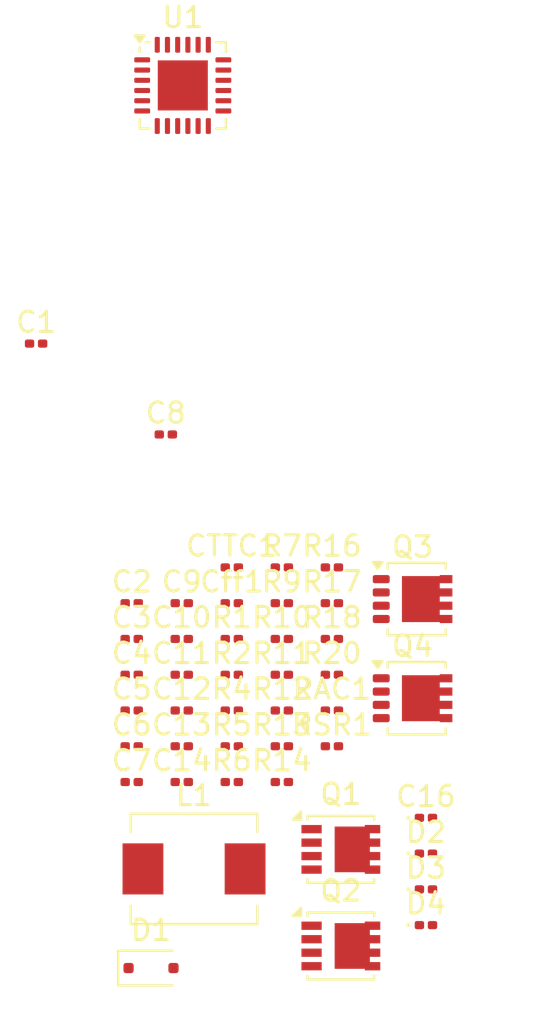
<source format=kicad_pcb>
(kicad_pcb (version 20241229) (generator "pcbnew") (generator_version "9.0")
  (layers (0 "F.Cu" signal) (2 "B.Cu" signal) (13 "F.Paste" user) (15 "B.Paste" user) (5 "F.SilkS" user "F.Silkscreen") (7 "B.SilkS" user "B.Silkscreen") (1 "F.Mask" user) (3 "B.Mask" user) (25 "Edge.Cuts" user))
  (net 0 "")
  (net 1 "Net-(U1-ISET1)")
  (net 2 "Net-(Q4-G)")
  (net 3 "VREF")
  (net 4 "Net-(U1-~{ACDRV})")
  (net 5 "Net-(U1-TTC)")
  (net 6 "Net-(U1-VFB)")
  (net 7 "Battery Pack +")
  (net 9 "Net-(D1-A)")
  (net 10 "System")
  (net 11 "Net-(D4-K)")
  (net 12 "Adapter -")
  (net 13 "Net-(D1-K)")
  (net 14 "Net-(D3-K)")
  (net 15 "Net-(D2-K)")
  (net 16 "Net-(U1-SRP)")
  (net 17 "Net-(Q2-D)")
  (net 18 "Net-(U1-ISET2)")
  (net 19 "Net-(U1-TS)")
  (net 20 "Net-(Q4-D)")
  (net 21 "Net-(C14-Pad1)")
  (net 22 "Net-(Q1-G)")
  (net 23 "Net-(C16-Pad1)")
  (net 24 "Net-(D2-A)")
  (net 25 "Net-(D3-A)")
  (net 26 "Net-(D4-A)")
  (net 27 "Adapter +")
  (net 28 "Net-(Q3-G)")
  (net 29 "VPULLUP")
  (net 30 "Thermistor")
  (footprint "Resistor_SMD:R_0201_0603Metric" (layer "F.Cu") (at 142.497 117.092)
    (property "Reference" "R17" (at 0 -1.05 0) (layer "F.SilkS"))
    (property "Value" "10")
    (pad "1" smd roundrect (at -0.32 0) (size 0.46 0.4) (layers "F.Cu" "F.Mask") (net 21 "Net-(C14-Pad1)"))
    (pad "2" smd roundrect (at 0.32 0) (size 0.46 0.4) (layers "F.Cu" "F.Mask") (net 10 "System"))
  )
  (footprint "LED_SMD:LED_0201_0603Metric" (layer "F.Cu") (at 147.102 131.092)
    (property "Reference" "D3" (at 0 -1.05 0) (layer "F.SilkS"))
    (property "Value" "LED")
    (fp_circle (center -0.86 0) (end -0.81 0) (stroke (width 0.1)) (fill no) (layer "F.SilkS"))
    (pad "1" smd roundrect (at -0.32 0) (size 0.46 0.4) (layers "F.Cu" "F.Mask") (net 14 "Net-(D3-K)"))
    (pad "2" smd roundrect (at 0.32 0) (size 0.46 0.4) (layers "F.Cu" "F.Mask") (net 25 "Net-(D3-A)"))
  )
  (footprint "Resistor_SMD:R_0201_0603Metric" (layer "F.Cu") (at 140.047 118.842)
    (property "Reference" "R10" (at 0 -1.05 0) (layer "F.SilkS"))
    (property "Value" "R")
    (pad "1" smd roundrect (at -0.32 0) (size 0.46 0.4) (layers "F.Cu" "F.Mask") (net 30 "Thermistor"))
    (pad "2" smd roundrect (at 0.32 0) (size 0.46 0.4) (layers "F.Cu" "F.Mask") (net 12 "Adapter -"))
  )
  (footprint "Resistor_SMD:R_0201_0603Metric" (layer "F.Cu") (at 142.497 124.092)
    (property "Reference" "RSR1" (at 0 -1.05 0) (layer "F.SilkS"))
    (property "Value" "0.01")
    (pad "1" smd roundrect (at -0.32 0) (size 0.46 0.4) (layers "F.Cu" "F.Mask") (net 16 "Net-(U1-SRP)"))
    (pad "2" smd roundrect (at 0.32 0) (size 0.46 0.4) (layers "F.Cu" "F.Mask") (net 7 "Battery Pack +"))
  )
  (footprint "Capacitor_SMD:C_0201_0603Metric" (layer "F.Cu") (at 132.697 124.092)
    (property "Reference" "C6" (at 0 -1.05 0) (layer "F.SilkS"))
    (property "Value" "0.1u")
    (pad "1" smd roundrect (at -0.32 0) (size 0.46 0.4) (layers "F.Cu" "F.Mask") (net 20 "Net-(Q4-D)"))
    (pad "2" smd roundrect (at 0.32 0) (size 0.46 0.4) (layers "F.Cu" "F.Mask") (net 13 "Net-(D1-K)"))
  )
  (footprint "Capacitor_SMD:C_0201_0603Metric" (layer "F.Cu") (at 132.697 120.592)
    (property "Reference" "C4" (at 0 -1.05 0) (layer "F.SilkS"))
    (property "Value" "1u")
    (pad "1" smd roundrect (at -0.32 0) (size 0.46 0.4) (layers "F.Cu" "F.Mask") (net 3 "VREF"))
    (pad "2" smd roundrect (at 0.32 0) (size 0.46 0.4) (layers "F.Cu" "F.Mask") (net 12 "Adapter -"))
  )
  (footprint "Diode_SMD:D_SOD-323F" (layer "F.Cu") (at 133.642 134.942)
    (property "Reference" "D1" (at 0 -1.85 0) (layer "F.SilkS"))
    (property "Value" "BAT54J")
    (fp_line (start -1.61 -0.85) (end -1.61 0.85) (stroke (width 0.12)) (layer "F.SilkS"))
    (fp_line (start -1.61 -0.85) (end 1.05 -0.85) (stroke (width 0.12)) (layer "F.SilkS"))
    (fp_line (start -1.61 0.85) (end 1.05 0.85) (stroke (width 0.12)) (layer "F.SilkS"))
    (pad "1" smd roundrect (at -1.1 0) (size 0.5 0.5) (layers "F.Cu" "F.Mask" "F.Paste") (net 13 "Net-(D1-K)"))
    (pad "2" smd roundrect (at 1.1 0) (size 0.5 0.5) (layers "F.Cu" "F.Mask" "F.Paste") (net 9 "Net-(D1-A)"))
  )
  (footprint "Capacitor_SMD:C_0201_0603Metric" (layer "F.Cu") (at 132.697 117.092)
    (property "Reference" "C2" (at 0 -1.05 0) (layer "F.SilkS"))
    (property "Value" "0.1u")
    (pad "1" smd roundrect (at -0.32 0) (size 0.46 0.4) (layers "F.Cu" "F.Mask") (net 17 "Net-(Q2-D)"))
    (pad "2" smd roundrect (at 0.32 0) (size 0.46 0.4) (layers "F.Cu" "F.Mask") (net 12 "Adapter -"))
  )
  (footprint "Resistor_SMD:R_0201_0603Metric" (layer "F.Cu") (at 140.047 117.092)
    (property "Reference" "R9" (at 0 -1.05 0) (layer "F.SilkS"))
    (property "Value" "R")
    (pad "1" smd roundrect (at -0.32 0) (size 0.46 0.4) (layers "F.Cu" "F.Mask") (net 29 "VPULLUP"))
    (pad "2" smd roundrect (at 0.32 0) (size 0.46 0.4) (layers "F.Cu" "F.Mask") (net 30 "Thermistor"))
  )
  (footprint "Resistor_SMD:R_0201_0603Metric" (layer "F.Cu") (at 137.597 118.842)
    (property "Reference" "R1" (at 0 -1.05 0) (layer "F.SilkS"))
    (property "Value" "10k")
    (pad "1" smd roundrect (at -0.32 0) (size 0.46 0.4) (layers "F.Cu" "F.Mask") (net 6 "Net-(U1-VFB)"))
    (pad "2" smd roundrect (at 0.32 0) (size 0.46 0.4) (layers "F.Cu" "F.Mask") (net 12 "Adapter -"))
  )
  (footprint "Capacitor_SMD:C_0201_0603Metric" (layer "F.Cu") (at 137.597 117.092)
    (property "Reference" "Cff1" (at 0 -1.05 0) (layer "F.SilkS"))
    (property "Value" "22p")
    (pad "1" smd roundrect (at -0.32 0) (size 0.46 0.4) (layers "F.Cu" "F.Mask") (net 7 "Battery Pack +"))
    (pad "2" smd roundrect (at 0.32 0) (size 0.46 0.4) (layers "F.Cu" "F.Mask") (net 6 "Net-(U1-VFB)"))
  )
  (footprint "Capacitor_SMD:C_0201_0603Metric" (layer "F.Cu") (at 132.697 125.842)
    (property "Reference" "C7" (at 0 -1.05 0) (layer "F.SilkS"))
    (property "Value" "1u")
    (pad "1" smd roundrect (at -0.32 0) (size 0.46 0.4) (layers "F.Cu" "F.Mask") (net 10 "System"))
    (pad "2" smd roundrect (at 0.32 0) (size 0.46 0.4) (layers "F.Cu" "F.Mask") (net 12 "Adapter -"))
  )
  (footprint "Capacitor_SMD:C_0201_0603Metric" (layer "F.Cu") (at 132.697 122.342)
    (property "Reference" "C5" (at 0 -1.05 0) (layer "F.SilkS"))
    (property "Value" "1u")
    (pad "1" smd roundrect (at -0.32 0) (size 0.46 0.4) (layers "F.Cu" "F.Mask") (net 9 "Net-(D1-A)"))
    (pad "2" smd roundrect (at 0.32 0) (size 0.46 0.4) (layers "F.Cu" "F.Mask") (net 12 "Adapter -"))
  )
  (footprint "Capacitor_SMD:C_0201_0603Metric" (layer "F.Cu") (at 135.147 124.092)
    (property "Reference" "C13" (at 0 -1.05 0) (layer "F.SilkS"))
    (property "Value" "20u")
    (pad "1" smd roundrect (at -0.32 0) (size 0.46 0.4) (layers "F.Cu" "F.Mask") (net 7 "Battery Pack +"))
    (pad "2" smd roundrect (at 0.32 0) (size 0.46 0.4) (layers "F.Cu" "F.Mask") (net 12 "Adapter -"))
  )
  (footprint "Resistor_SMD:R_0201_0603Metric" (layer "F.Cu") (at 135.147 118.842)
    (property "Reference" "C10" (at 0 -1.05 0) (layer "F.SilkS"))
    (property "Value" "0.1u")
    (pad "1" smd roundrect (at -0.32 0) (size 0.46 0.4) (layers "F.Cu" "F.Mask") (net 12 "Adapter -"))
    (pad "2" smd roundrect (at 0.32 0) (size 0.46 0.4) (layers "F.Cu" "F.Mask") (net 16 "Net-(U1-SRP)"))
  )
  (footprint "Resistor_SMD:R_0201_0603Metric" (layer "F.Cu") (at 137.597 120.592)
    (property "Reference" "R2" (at 0 -1.05 0) (layer "F.SilkS"))
    (property "Value" "107k")
    (pad "1" smd roundrect (at -0.32 0) (size 0.46 0.4) (layers "F.Cu" "F.Mask") (net 7 "Battery Pack +"))
    (pad "2" smd roundrect (at 0.32 0) (size 0.46 0.4) (layers "F.Cu" "F.Mask") (net 6 "Net-(U1-VFB)"))
  )
  (footprint "Package_SO:Vishay_PowerPAK_1212-8_Single" (layer "F.Cu") (at 142.937 129.137)
    (property "Reference" "Q1" (at 0 -2.7 0) (layer "F.SilkS"))
    (property "Value" "Si7617DN")
    (fp_line (start -1.635 -1.635) (end -1.635 -1.45) (stroke (width 0.12)) (layer "F.SilkS"))
    (fp_line (start -1.635 -1.635) (end 1.635 -1.635) (stroke (width 0.12)) (layer "F.SilkS"))
    (fp_line (start -1.635 1.45) (end -1.635 1.635) (stroke (width 0.12)) (layer "F.SilkS"))
    (fp_line (start -1.635 1.635) (end 1.635 1.635) (stroke (width 0.12)) (layer "F.SilkS"))
    (fp_line (start 1.635 -1.635) (end 1.635 -1.45) (stroke (width 0.12)) (layer "F.SilkS"))
    (fp_line (start 1.635 1.45) (end 1.635 1.635) (stroke (width 0.12)) (layer "F.SilkS"))
    (fp_poly (pts (xy -2.355 -1.46) (xy -1.955 -1.86) (xy -1.955 -1.46)) (stroke (width 0.12)) (fill yes) (layer "F.SilkS"))
    (pad "1" smd rect (at -1.435 -0.99) (size 0.99 0.405) (layers "F.Cu" "F.Mask" "F.Paste") (net 21 "Net-(C14-Pad1)"))
    (pad "2" smd rect (at -1.435 -0.33) (size 0.99 0.405) (layers "F.Cu" "F.Mask" "F.Paste") (net 21 "Net-(C14-Pad1)"))
    (pad "3" smd rect (at -1.435 0.33) (size 0.99 0.405) (layers "F.Cu" "F.Mask" "F.Paste") (net 21 "Net-(C14-Pad1)"))
    (pad "4" smd rect (at -1.435 0.99) (size 0.99 0.405) (layers "F.Cu" "F.Mask" "F.Paste") (net 22 "Net-(Q1-G)"))
    (pad "5" smd custom (at 0.5575 0) (size 1.725 2.235) (layers "F.Cu" "F.Mask" "F.Paste") (net 27 "Adapter +") (options (clearance outline) (anchor rect)) (primitives (gr_poly (pts (xy 1.3725 -0.7875) (xy 0.8625 -0.7875) (xy 0.8625 -0.5325) (xy 1.3725 -0.5325) (xy 1.3725 -0.1275) (xy 0.8625 -0.1275) (xy 0.8625 0.1275) (xy 1.3725 0.1275) (xy 1.3725 0.5325) (xy 0.8625 0.5325) (xy 0.8625 0.7875) (xy 1.3725 0.7875) (xy 1.3725 1.195) (xy 0.6125 1.195) (xy 0.6125 -1.195) (xy 1.3725 -1.195)) (width 0) (fill yes))))
  )
  (footprint "Resistor_SMD:R_0201_0603Metric" (layer "F.Cu") (at 137.597 124.092)
    (property "Reference" "R5" (at 0 -1.05 0) (layer "F.SilkS"))
    (property "Value" "100k")
    (pad "1" smd roundrect (at -0.32 0) (size 0.46 0.4) (layers "F.Cu" "F.Mask") (net 3 "VREF"))
    (pad "2" smd roundrect (at 0.32 0) (size 0.46 0.4) (layers "F.Cu" "F.Mask") (net 18 "Net-(U1-ISET2)"))
  )
  (footprint "Resistor_SMD:R_0201_0603Metric" (layer "F.Cu") (at 142.497 118.842)
    (property "Reference" "R18" (at 0 -1.05 0) (layer "F.SilkS"))
    (property "Value" "1k")
    (pad "1" smd roundrect (at -0.32 0) (size 0.46 0.4) (layers "F.Cu" "F.Mask") (net 22 "Net-(Q1-G)"))
    (pad "2" smd roundrect (at 0.32 0) (size 0.46 0.4) (layers "F.Cu" "F.Mask") (net 4 "Net-(U1-~{ACDRV})"))
  )
  (footprint "Package_DFN_QFN:VQFN-24-1EP_4x4mm_P0.5mm_EP2.45x2.45mm" (layer "F.Cu") (at 135.197 91.763)
    (property "Reference" "U1" (at 0 -3.33 0) (layer "F.SilkS"))
    (property "Value" "BQ24610")
    (fp_line (start -2.11 -1.635) (end -2.11 -1.87) (stroke (width 0.12)) (layer "F.SilkS"))
    (fp_line (start -2.11 2.11) (end -2.11 1.635) (stroke (width 0.12)) (layer "F.SilkS"))
    (fp_line (start -1.635 -2.11) (end -1.81 -2.11) (stroke (width 0.12)) (layer "F.SilkS"))
    (fp_line (start -1.635 2.11) (end -2.11 2.11) (stroke (width 0.12)) (layer "F.SilkS"))
    (fp_line (start 1.635 -2.11) (end 2.11 -2.11) (stroke (width 0.12)) (layer "F.SilkS"))
    (fp_line (start 1.635 2.11) (end 2.11 2.11) (stroke (width 0.12)) (layer "F.SilkS"))
    (fp_line (start 2.11 -2.11) (end 2.11 -1.635) (stroke (width 0.12)) (layer "F.SilkS"))
    (fp_line (start 2.11 2.11) (end 2.11 1.635) (stroke (width 0.12)) (layer "F.SilkS"))
    (fp_poly (pts (xy -2.11 -2.11) (xy -2.35 -2.44) (xy -1.87 -2.44)) (stroke (width 0.12)) (fill yes) (layer "F.SilkS"))
    (pad "1" smd roundrect (at -1.9875 -1.25) (size 0.775 0.25) (layers "F.Cu" "F.Mask" "F.Paste") (net 10 "System"))
    (pad "2" smd roundrect (at -1.9875 -0.75) (size 0.775 0.25) (layers "F.Cu" "F.Mask" "F.Paste") (net 17 "Net-(Q2-D)"))
    (pad "3" smd roundrect (at -1.9875 -0.25) (size 0.775 0.25) (layers "F.Cu" "F.Mask" "F.Paste") (net 4 "Net-(U1-~{ACDRV})"))
    (pad "4" smd roundrect (at -1.9875 0.25) (size 0.775 0.25) (layers "F.Cu" "F.Mask" "F.Paste") (net 3 "VREF"))
    (pad "5" smd roundrect (at -1.9875 0.75) (size 0.775 0.25) (layers "F.Cu" "F.Mask" "F.Paste") (net 15 "Net-(D2-K)"))
    (pad "6" smd roundrect (at -1.9875 1.25) (size 0.775 0.25) (layers "F.Cu" "F.Mask" "F.Paste") (net 19 "Net-(U1-TS)"))
    (pad "7" smd roundrect (at -1.25 1.9875) (size 0.25 0.775) (layers "F.Cu" "F.Mask" "F.Paste") (net 5 "Net-(U1-TTC)"))
    (pad "8" smd roundrect (at -0.75 1.9875) (size 0.25 0.775) (layers "F.Cu" "F.Mask" "F.Paste") (net 11 "Net-(D4-K)"))
    (pad "9" smd roundrect (at -0.25 1.9875) (size 0.25 0.775) (layers "F.Cu" "F.Mask" "F.Paste") (net 14 "Net-(D3-K)"))
    (pad "10" smd roundrect (at 0.25 1.9875) (size 0.25 0.775) (layers "F.Cu" "F.Mask" "F.Paste") (net 3 "VREF"))
    (pad "11" smd roundrect (at 0.75 1.9875) (size 0.25 0.775) (layers "F.Cu" "F.Mask" "F.Paste") (net 1 "Net-(U1-ISET1)"))
    (pad "12" smd roundrect (at 1.25 1.9875) (size 0.25 0.775) (layers "F.Cu" "F.Mask" "F.Paste") (net 6 "Net-(U1-VFB)"))
    (pad "13" smd roundrect (at 1.9875 1.25) (size 0.775 0.25) (layers "F.Cu" "F.Mask" "F.Paste") (net 7 "Battery Pack +"))
    (pad "14" smd roundrect (at 1.9875 0.75) (size 0.775 0.25) (layers "F.Cu" "F.Mask" "F.Paste") (net 16 "Net-(U1-SRP)"))
    (pad "15" smd roundrect (at 1.9875 0.25) (size 0.775 0.25) (layers "F.Cu" "F.Mask" "F.Paste") (net 18 "Net-(U1-ISET2)"))
    (pad "16" smd roundrect (at 1.9875 -0.25) (size 0.775 0.25) (layers "F.Cu" "F.Mask" "F.Paste") (net 3 "VREF"))
    (pad "17" smd roundrect (at 1.9875 -0.75) (size 0.775 0.25) (layers "F.Cu" "F.Mask" "F.Paste") (net 9 "Net-(D1-A)"))
    (pad "18" smd roundrect (at 1.9875 -1.25) (size 0.775 0.25) (layers "F.Cu" "F.Mask" "F.Paste") (net 9 "Net-(D1-A)"))
    (pad "19" smd roundrect (at 1.25 -1.9875) (size 0.25 0.775) (layers "F.Cu" "F.Mask" "F.Paste") (net 2 "Net-(Q4-G)"))
    (pad "20" smd roundrect (at 0.75 -1.9875) (size 0.25 0.775) (layers "F.Cu" "F.Mask" "F.Paste") (net 20 "Net-(Q4-D)"))
    (pad "21" smd roundrect (at 0.25 -1.9875) (size 0.25 0.775) (layers "F.Cu" "F.Mask" "F.Paste") (net 28 "Net-(Q3-G)"))
    (pad "22" smd roundrect (at -0.25 -1.9875) (size 0.25 0.775) (layers "F.Cu" "F.Mask" "F.Paste") (net 13 "Net-(D1-K)"))
    (pad "23" smd roundrect (at -0.75 -1.9875) (size 0.25 0.775) (layers "F.Cu" "F.Mask" "F.Paste"))
    (pad "24" smd roundrect (at -1.25 -1.9875) (size 0.25 0.775) (layers "F.Cu" "F.Mask" "F.Paste") (net 10 "System"))
    (pad "25" smd rect (at 0 0) (size 2.45 2.45) (property pad_prop_heatsink) (layers "F.Cu" "F.Mask") (net 12 "Adapter -"))
  )
  (footprint "Capacitor_SMD:C_0201_0603Metric" (layer "F.Cu") (at 128.016 104.394)
    (property "Reference" "C1" (at 0 -1.05 0) (layer "F.SilkS"))
    (property "Value" "0.1u")
    (pad "1" smd roundrect (at -0.32 0) (size 0.46 0.4) (layers "F.Cu" "F.Mask") (net 19 "Net-(U1-TS)"))
    (pad "2" smd roundrect (at 0.32 0) (size 0.46 0.4) (layers "F.Cu" "F.Mask") (net 12 "Adapter -"))
  )
  (footprint "Resistor_SMD:R_0201_0603Metric" (layer "F.Cu") (at 140.047 125.842)
    (property "Reference" "R14" (at 0 -1.05 0) (layer "F.SilkS"))
    (property "Value" "100k")
    (pad "1" smd roundrect (at -0.32 0) (size 0.46 0.4) (layers "F.Cu" "F.Mask") (net 21 "Net-(C14-Pad1)"))
    (pad "2" smd roundrect (at 0.32 0) (size 0.46 0.4) (layers "F.Cu" "F.Mask") (net 22 "Net-(Q1-G)"))
  )
  (footprint "Capacitor_SMD:C_0201_0603Metric" (layer "F.Cu") (at 135.147 117.092)
    (property "Reference" "C9" (at 0 -1.05 0) (layer "F.SilkS"))
    (property "Value" "10u")
    (pad "1" smd roundrect (at -0.32 0) (size 0.46 0.4) (layers "F.Cu" "F.Mask") (net 10 "System"))
    (pad "2" smd roundrect (at 0.32 0) (size 0.46 0.4) (layers "F.Cu" "F.Mask") (net 12 "Adapter -"))
  )
  (footprint "Resistor_SMD:R_0201_0603Metric" (layer "F.Cu") (at 140.047 115.342)
    (property "Reference" "R7" (at 0 -1.05 0) (layer "F.SilkS"))
    (property "Value" "50k")
    (pad "1" smd roundrect (at -0.32 0) (size 0.46 0.4) (layers "F.Cu" "F.Mask") (net 3 "VREF"))
    (pad "2" smd roundrect (at 0.32 0) (size 0.46 0.4) (layers "F.Cu" "F.Mask") (net 1 "Net-(U1-ISET1)"))
  )
  (footprint "Resistor_SMD:R_0201_0603Metric" (layer "F.Cu") (at 142.497 122.342)
    (property "Reference" "RAC1" (at 0 -1.05 0) (layer "F.SilkS"))
    (property "Value" "0.01")
    (pad "1" smd roundrect (at -0.32 0) (size 0.46 0.4) (layers "F.Cu" "F.Mask") (net 10 "System"))
    (pad "2" smd roundrect (at 0.32 0) (size 0.46 0.4) (layers "F.Cu" "F.Mask") (net 17 "Net-(Q2-D)"))
  )
  (footprint "Resistor_SMD:R_0201_0603Metric" (layer "F.Cu") (at 137.597 125.842)
    (property "Reference" "R6" (at 0 -1.05 0) (layer "F.SilkS"))
    (property "Value" "75k")
    (pad "1" smd roundrect (at -0.32 0) (size 0.46 0.4) (layers "F.Cu" "F.Mask") (net 1 "Net-(U1-ISET1)"))
    (pad "2" smd roundrect (at 0.32 0) (size 0.46 0.4) (layers "F.Cu" "F.Mask") (net 12 "Adapter -"))
  )
  (footprint "Capacitor_SMD:C_0201_0603Metric" (layer "F.Cu") (at 137.597 115.342)
    (property "Reference" "CTTC1" (at 0 -1.05 0) (layer "F.SilkS"))
    (property "Value" "0.11u")
    (pad "1" smd roundrect (at -0.32 0) (size 0.46 0.4) (layers "F.Cu" "F.Mask") (net 5 "Net-(U1-TTC)"))
    (pad "2" smd roundrect (at 0.32 0) (size 0.46 0.4) (layers "F.Cu" "F.Mask") (net 12 "Adapter -"))
  )
  (footprint "Capacitor_SMD:C_0201_0603Metric" (layer "F.Cu") (at 135.147 122.342)
    (property "Reference" "C12" (at 0 -1.05 0) (layer "F.SilkS"))
    (property "Value" "20u")
    (pad "1" smd roundrect (at -0.32 0) (size 0.46 0.4) (layers "F.Cu" "F.Mask") (net 7 "Battery Pack +"))
    (pad "2" smd roundrect (at 0.32 0) (size 0.46 0.4) (layers "F.Cu" "F.Mask") (net 12 "Adapter -"))
  )
  (footprint "LED_SMD:LED_0201_0603Metric" (layer "F.Cu") (at 147.102 127.592)
    (property "Reference" "C16" (at 0 -1.05 0) (layer "F.SilkS"))
    (property "Value" "2.2u")
    (fp_circle (center -0.86 0) (end -0.81 0) (stroke (width 0.1)) (fill no) (layer "F.SilkS"))
    (pad "1" smd roundrect (at -0.32 0) (size 0.46 0.4) (layers "F.Cu" "F.Mask") (net 23 "Net-(C16-Pad1)"))
    (pad "2" smd roundrect (at 0.32 0) (size 0.46 0.4) (layers "F.Cu" "F.Mask") (net 12 "Adapter -"))
  )
  (footprint "Resistor_SMD:R_0201_0603Metric" (layer "F.Cu") (at 137.597 122.342)
    (property "Reference" "R4" (at 0 -1.05 0) (layer "F.SilkS"))
    (property "Value" "25k")
    (pad "1" smd roundrect (at -0.32 0) (size 0.46 0.4) (layers "F.Cu" "F.Mask") (net 18 "Net-(U1-ISET2)"))
    (pad "2" smd roundrect (at 0.32 0) (size 0.46 0.4) (layers "F.Cu" "F.Mask") (net 12 "Adapter -"))
  )
  (footprint "Resistor_SMD:R_0201_0603Metric" (layer "F.Cu") (at 140.047 124.092)
    (property "Reference" "R13" (at 0 -1.05 0) (layer "F.SilkS"))
    (property "Value" "10k")
    (pad "1" smd roundrect (at -0.32 0) (size 0.46 0.4) (layers "F.Cu" "F.Mask") (net 26 "Net-(D4-A)"))
    (pad "2" smd roundrect (at 0.32 0) (size 0.46 0.4) (layers "F.Cu" "F.Mask") (net 3 "VREF"))
  )
  (footprint "Capacitor_SMD:C_0201_0603Metric" (layer "F.Cu") (at 134.366 108.839)
    (property "Reference" "C8" (at 0 -1.05 0) (layer "F.SilkS"))
    (property "Value" "10u")
    (pad "1" smd roundrect (at -0.32 0) (size 0.46 0.4) (layers "F.Cu" "F.Mask") (net 10 "System"))
    (pad "2" smd roundrect (at 0.32 0) (size 0.46 0.4) (layers "F.Cu" "F.Mask") (net 12 "Adapter -"))
  )
  (footprint "Inductor_SMD:L_Neosid_SM-PIC0512H" (layer "F.Cu") (at 135.747 130.092)
    (property "Reference" "L1" (at 0 -3.6 0) (layer "F.SilkS"))
    (property "Value" "3.3u")
    (fp_line (start -3.1 -2.7) (end -3.1 -1.8) (stroke (width 0.12)) (layer "F.SilkS"))
    (fp_line (start -3.1 2.7) (end -3.1 1.8) (stroke (width 0.12)) (layer "F.SilkS"))
    (fp_line (start 3.1 -2.7) (end -3.1 -2.7) (stroke (width 0.12)) (layer "F.SilkS"))
    (fp_line (start 3.1 -2.7) (end 3.1 -1.8) (stroke (width 0.12)) (layer "F.SilkS"))
    (fp_line (start 3.1 1.8) (end 3.1 2.7) (stroke (width 0.12)) (layer "F.SilkS"))
    (fp_line (start 3.1 2.7) (end -3.1 2.7) (stroke (width 0.12)) (layer "F.SilkS"))
    (pad "1" smd rect (at -2.5 0 180) (size 2 2.5) (layers "F.Cu" "F.Mask" "F.Paste") (net 20 "Net-(Q4-D)"))
    (pad "2" smd rect (at 2.5 0 180) (size 2 2.5) (layers "F.Cu" "F.Mask" "F.Paste") (net 16 "Net-(U1-SRP)"))
  )
  (footprint "Resistor_SMD:R_0201_0603Metric" (layer "F.Cu") (at 140.047 122.342)
    (property "Reference" "R12" (at 0 -1.05 0) (layer "F.SilkS"))
    (property "Value" "10k")
    (pad "1" smd roundrect (at -0.32 0) (size 0.46 0.4) (layers "F.Cu" "F.Mask") (net 25 "Net-(D3-A)"))
    (pad "2" smd roundrect (at 0.32 0) (size 0.46 0.4) (layers "F.Cu" "F.Mask") (net 3 "VREF"))
  )
  (footprint "Resistor_SMD:R_0201_0603Metric" (layer "F.Cu") (at 140.047 120.592)
    (property "Reference" "R11" (at 0 -1.05 0) (layer "F.SilkS"))
    (property "Value" "10k")
    (pad "1" smd roundrect (at -0.32 0) (size 0.46 0.4) (layers "F.Cu" "F.Mask") (net 24 "Net-(D2-A)"))
    (pad "2" smd roundrect (at 0.32 0) (size 0.46 0.4) (layers "F.Cu" "F.Mask") (net 3 "VREF"))
  )
  (footprint "LED_SMD:LED_0201_0603Metric" (layer "F.Cu") (at 147.102 129.342)
    (property "Reference" "D2" (at 0 -1.05 0) (layer "F.SilkS"))
    (property "Value" "LED")
    (fp_circle (center -0.86 0) (end -0.81 0) (stroke (width 0.1)) (fill no) (layer "F.SilkS"))
    (pad "1" smd roundrect (at -0.32 0) (size 0.46 0.4) (layers "F.Cu" "F.Mask") (net 15 "Net-(D2-K)"))
    (pad "2" smd roundrect (at 0.32 0) (size 0.46 0.4) (layers "F.Cu" "F.Mask") (net 24 "Net-(D2-A)"))
  )
  (footprint "Capacitor_SMD:C_0201_0603Metric" (layer "F.Cu") (at 135.147 120.592)
    (property "Reference" "C11" (at 0 -1.05 0) (layer "F.SilkS"))
    (property "Value" "0.1u")
    (pad "1" smd roundrect (at -0.32 0) (size 0.46 0.4) (layers "F.Cu" "F.Mask") (net 16 "Net-(U1-SRP)"))
    (pad "2" smd roundrect (at 0.32 0) (size 0.46 0.4) (layers "F.Cu" "F.Mask") (net 7 "Battery Pack +"))
  )
  (footprint "Package_SO:Vishay_PowerPAK_1212-8_Single" (layer "F.Cu") (at 142.937 133.862)
    (property "Reference" "Q2" (at 0 -2.7 0) (layer "F.SilkS"))
    (property "Value" "Si7617DN")
    (fp_line (start -1.635 -1.635) (end -1.635 -1.45) (stroke (width 0.12)) (layer "F.SilkS"))
    (fp_line (start -1.635 -1.635) (end 1.635 -1.635) (stroke (width 0.12)) (layer "F.SilkS"))
    (fp_line (start -1.635 1.45) (end -1.635 1.635) (stroke (width 0.12)) (layer "F.SilkS"))
    (fp_line (start -1.635 1.635) (end 1.635 1.635) (stroke (width 0.12)) (layer "F.SilkS"))
    (fp_line (start 1.635 -1.635) (end 1.635 -1.45) (stroke (width 0.12)) (layer "F.SilkS"))
    (fp_line (start 1.635 1.45) (end 1.635 1.635) (stroke (width 0.12)) (layer "F.SilkS"))
    (fp_poly (pts (xy -2.355 -1.46) (xy -1.955 -1.86) (xy -1.955 -1.46)) (stroke (width 0.12)) (fill yes) (layer "F.SilkS"))
    (pad "1" smd rect (at -1.435 -0.99) (size 0.99 0.405) (layers "F.Cu" "F.Mask" "F.Paste") (net 21 "Net-(C14-Pad1)"))
    (pad "2" smd rect (at -1.435 -0.33) (size 0.99 0.405) (layers "F.Cu" "F.Mask" "F.Paste") (net 21 "Net-(C14-Pad1)"))
    (pad "3" smd rect (at -1.435 0.33) (size 0.99 0.405) (layers "F.Cu" "F.Mask" "F.Paste") (net 21 "Net-(C14-Pad1)"))
    (pad "4" smd rect (at -1.435 0.99) (size 0.99 0.405) (layers "F.Cu" "F.Mask" "F.Paste") (net 22 "Net-(Q1-G)"))
    (pad "5" smd custom (at 0.5575 0) (size 1.725 2.235) (layers "F.Cu" "F.Mask" "F.Paste") (net 17 "Net-(Q2-D)") (options (clearance outline) (anchor rect)) (primitives (gr_poly (pts (xy 1.3725 -0.7875) (xy 0.8625 -0.7875) (xy 0.8625 -0.5325) (xy 1.3725 -0.5325) (xy 1.3725 -0.1275) (xy 0.8625 -0.1275) (xy 0.8625 0.1275) (xy 1.3725 0.1275) (xy 1.3725 0.5325) (xy 0.8625 0.5325) (xy 0.8625 0.7875) (xy 1.3725 0.7875) (xy 1.3725 1.195) (xy 0.6125 1.195) (xy 0.6125 -1.195) (xy 1.3725 -1.195)) (width 0) (fill yes))))
  )
  (footprint "Capacitor_SMD:C_0201_0603Metric" (layer "F.Cu") (at 135.147 125.842)
    (property "Reference" "C14" (at 0 -1.05 0) (layer "F.SilkS"))
    (property "Value" "0.1u")
    (pad "1" smd roundrect (at -0.32 0) (size 0.46 0.4) (layers "F.Cu" "F.Mask") (net 21 "Net-(C14-Pad1)"))
    (pad "2" smd roundrect (at 0.32 0) (size 0.46 0.4) (layers "F.Cu" "F.Mask") (net 22 "Net-(Q1-G)"))
  )
  (footprint "Package_TO_SOT_SMD:LFPAK33" (layer "F.Cu") (at 146.447 121.742)
    (property "Reference" "Q4" (at 0 -2.55 0) (layer "F.SilkS"))
    (property "Value" "BUK9M85-60EX")
    (fp_line (start -1.22 -1.77) (end -1.22 -1.475) (stroke (width 0.12)) (layer "F.SilkS"))
    (fp_line (start -1.22 1.475) (end -1.22 1.77) (stroke (width 0.12)) (layer "F.SilkS"))
    (fp_line (start -1.22 1.77) (end 1.62 1.77) (stroke (width 0.12)) (layer "F.SilkS"))
    (fp_line (start 1.62 -1.77) (end -1.22 -1.77) (stroke (width 0.12)) (layer "F.SilkS"))
    (fp_line (start 1.62 -1.475) (end 1.62 -1.77) (stroke (width 0.12)) (layer "F.SilkS"))
    (fp_line (start 1.62 1.77) (end 1.62 1.475) (stroke (width 0.12)) (layer "F.SilkS"))
    (fp_poly (pts (xy -1.71 -1.48) (xy -1.47 -1.81) (xy -1.95 -1.81) (xy -1.71 -1.48)) (stroke (width 0.12)) (fill yes) (layer "F.SilkS"))
    (pad "1" smd roundrect (at -1.535 -0.975) (size 0.83 0.4) (layers "F.Cu" "F.Mask") (net 12 "Adapter -"))
    (pad "2" smd roundrect (at -1.535 -0.325) (size 0.83 0.4) (layers "F.Cu" "F.Mask") (net 12 "Adapter -"))
    (pad "3" smd roundrect (at -1.535 0.325) (size 0.83 0.4) (layers "F.Cu" "F.Mask") (net 12 "Adapter -"))
    (pad "4" smd roundrect (at -1.535 0.975) (size 0.83 0.4) (layers "F.Cu" "F.Mask") (net 2 "Net-(Q4-G)"))
    (pad "5" smd custom (at 0.405 0) (size 1.85 2.25) (layers "F.Cu" "F.Mask") (net 20 "Net-(Q4-D)") (options (clearance outline) (anchor rect)) (primitives (gr_poly (pts (xy 1.545 -0.775) (xy 0.925 -0.775) (xy 0.925 -1.175) (xy 1.545 -1.175)) (width 0) (fill yes)) (gr_poly (pts (xy 1.545 -0.125) (xy 0.925 -0.125) (xy 0.925 -0.525) (xy 1.545 -0.525)) (width 0) (fill yes)) (gr_poly (pts (xy 1.545 0.525) (xy 0.925 0.525) (xy 0.925 0.125) (xy 1.545 0.125)) (width 0) (fill yes)) (gr_poly (pts (xy 1.545 1.175) (xy 0.925 1.175) (xy 0.925 0.775) (xy 1.545 0.775)) (width 0) (fill yes))))
  )
  (footprint "Resistor_SMD:R_0201_0603Metric" (layer "F.Cu") (at 142.497 115.342)
    (property "Reference" "R16" (at 0 -1.05 0) (layer "F.SilkS"))
    (property "Value" "100k")
    (pad "1" smd roundrect (at -0.32 0) (size 0.46 0.4) (layers "F.Cu" "F.Mask") (net 19 "Net-(U1-TS)"))
    (pad "2" smd roundrect (at 0.32 0) (size 0.46 0.4) (layers "F.Cu" "F.Mask") (net 30 "Thermistor"))
  )
  (footprint "Resistor_SMD:R_0201_0603Metric" (layer "F.Cu") (at 142.497 120.592)
    (property "Reference" "R20" (at 0 -1.05 0) (layer "F.SilkS"))
    (property "Value" "2")
    (pad "1" smd roundrect (at -0.32 0) (size 0.46 0.4) (layers "F.Cu" "F.Mask") (net 27 "Adapter +"))
    (pad "2" smd roundrect (at 0.32 0) (size 0.46 0.4) (layers "F.Cu" "F.Mask") (net 23 "Net-(C16-Pad1)"))
  )
  (footprint "Package_TO_SOT_SMD:LFPAK33" (layer "F.Cu") (at 146.447 116.892)
    (property "Reference" "Q3" (at 0 -2.55 0) (layer "F.SilkS"))
    (property "Value" "BUK9M85-60EX")
    (fp_line (start -1.22 -1.77) (end -1.22 -1.475) (stroke (width 0.12)) (layer "F.SilkS"))
    (fp_line (start -1.22 1.475) (end -1.22 1.77) (stroke (width 0.12)) (layer "F.SilkS"))
    (fp_line (start -1.22 1.77) (end 1.62 1.77) (stroke (width 0.12)) (layer "F.SilkS"))
    (fp_line (start 1.62 -1.77) (end -1.22 -1.77) (stroke (width 0.12)) (layer "F.SilkS"))
    (fp_line (start 1.62 -1.475) (end 1.62 -1.77) (stroke (width 0.12)) (layer "F.SilkS"))
    (fp_line (start 1.62 1.77) (end 1.62 1.475) (stroke (width 0.12)) (layer "F.SilkS"))
    (fp_poly (pts (xy -1.71 -1.48) (xy -1.47 -1.81) (xy -1.95 -1.81) (xy -1.71 -1.48)) (stroke (width 0.12)) (fill yes) (layer "F.SilkS"))
    (pad "1" smd roundrect (at -1.535 -0.975) (size 0.83 0.4) (layers "F.Cu" "F.Mask") (net 20 "Net-(Q4-D)"))
    (pad "2" smd roundrect (at -1.535 -0.325) (size 0.83 0.4) (layers "F.Cu" "F.Mask") (net 20 "Net-(Q4-D)"))
    (pad "3" smd roundrect (at -1.535 0.325) (size 0.83 0.4) (layers "F.Cu" "F.Mask") (net 20 "Net-(Q4-D)"))
    (pad "4" smd roundrect (at -1.535 0.975) (size 0.83 0.4) (layers "F.Cu" "F.Mask") (net 28 "Net-(Q3-G)"))
    (pad "5" smd custom (at 0.405 0) (size 1.85 2.25) (layers "F.Cu" "F.Mask") (net 10 "System") (options (clearance outline) (anchor rect)) (primitives (gr_poly (pts (xy 1.545 -0.775) (xy 0.925 -0.775) (xy 0.925 -1.175) (xy 1.545 -1.175)) (width 0) (fill yes)) (gr_poly (pts (xy 1.545 -0.125) (xy 0.925 -0.125) (xy 0.925 -0.525) (xy 1.545 -0.525)) (width 0) (fill yes)) (gr_poly (pts (xy 1.545 0.525) (xy 0.925 0.525) (xy 0.925 0.125) (xy 1.545 0.125)) (width 0) (fill yes)) (gr_poly (pts (xy 1.545 1.175) (xy 0.925 1.175) (xy 0.925 0.775) (xy 1.545 0.775)) (width 0) (fill yes))))
  )
  (footprint "LED_SMD:LED_0201_0603Metric" (layer "F.Cu") (at 147.102 132.842)
    (property "Reference" "D4" (at 0 -1.05 0) (layer "F.SilkS"))
    (property "Value" "LED")
    (fp_circle (center -0.86 0) (end -0.81 0) (stroke (width 0.1)) (fill no) (layer "F.SilkS"))
    (pad "1" smd roundrect (at -0.32 0) (size 0.46 0.4) (layers "F.Cu" "F.Mask") (net 11 "Net-(D4-K)"))
    (pad "2" smd roundrect (at 0.32 0) (size 0.46 0.4) (layers "F.Cu" "F.Mask") (net 26 "Net-(D4-A)"))
  )
  (footprint "Capacitor_SMD:C_0201_0603Metric" (layer "F.Cu") (at 132.697 118.842)
    (property "Reference" "C3" (at 0 -1.05 0) (layer "F.SilkS"))
    (property "Value" "0.1u")
    (pad "1" smd roundrect (at -0.32 0) (size 0.46 0.4) (layers "F.Cu" "F.Mask") (net 17 "Net-(Q2-D)"))
    (pad "2" smd roundrect (at 0.32 0) (size 0.46 0.4) (layers "F.Cu" "F.Mask") (net 10 "System"))
  )
)
</source>
